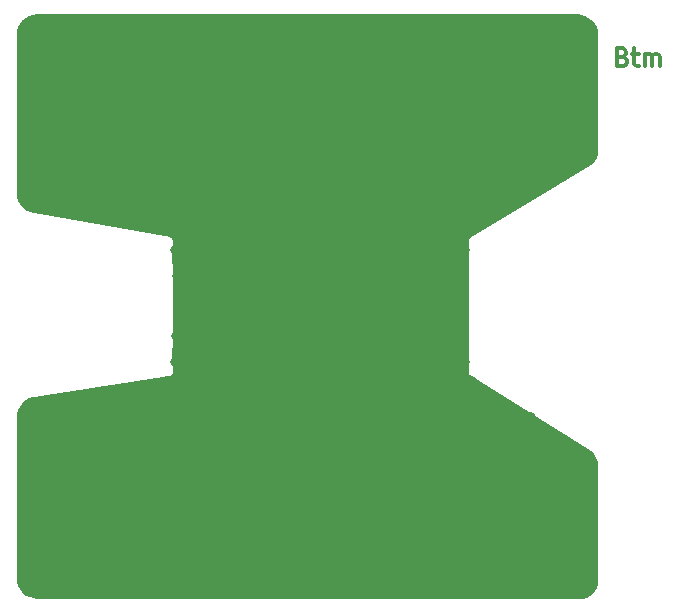
<source format=gbl>
G04 #@! TF.GenerationSoftware,KiCad,Pcbnew,(5.1.5)-3*
G04 #@! TF.CreationDate,2020-01-04T12:29:47-06:00*
G04 #@! TF.ProjectId,HMC1121_4W_6CM,484d4331-3132-4315-9f34-575f36434d2e,rev?*
G04 #@! TF.SameCoordinates,Original*
G04 #@! TF.FileFunction,Copper,L2,Bot*
G04 #@! TF.FilePolarity,Positive*
%FSLAX46Y46*%
G04 Gerber Fmt 4.6, Leading zero omitted, Abs format (unit mm)*
G04 Created by KiCad (PCBNEW (5.1.5)-3) date 2020-01-04 12:29:47*
%MOMM*%
%LPD*%
G04 APERTURE LIST*
%ADD10C,0.300000*%
%ADD11R,4.900000X1.600000*%
%ADD12C,3.800000*%
%ADD13C,0.800000*%
%ADD14C,0.711200*%
%ADD15C,0.254000*%
G04 APERTURE END LIST*
D10*
X181678571Y-73892857D02*
X181892857Y-73964285D01*
X181964285Y-74035714D01*
X182035714Y-74178571D01*
X182035714Y-74392857D01*
X181964285Y-74535714D01*
X181892857Y-74607142D01*
X181750000Y-74678571D01*
X181178571Y-74678571D01*
X181178571Y-73178571D01*
X181678571Y-73178571D01*
X181821428Y-73250000D01*
X181892857Y-73321428D01*
X181964285Y-73464285D01*
X181964285Y-73607142D01*
X181892857Y-73750000D01*
X181821428Y-73821428D01*
X181678571Y-73892857D01*
X181178571Y-73892857D01*
X182464285Y-73678571D02*
X183035714Y-73678571D01*
X182678571Y-73178571D02*
X182678571Y-74464285D01*
X182750000Y-74607142D01*
X182892857Y-74678571D01*
X183035714Y-74678571D01*
X183535714Y-74678571D02*
X183535714Y-73678571D01*
X183535714Y-73821428D02*
X183607142Y-73750000D01*
X183750000Y-73678571D01*
X183964285Y-73678571D01*
X184107142Y-73750000D01*
X184178571Y-73892857D01*
X184178571Y-74678571D01*
X184178571Y-73892857D02*
X184250000Y-73750000D01*
X184392857Y-73678571D01*
X184607142Y-73678571D01*
X184750000Y-73750000D01*
X184821428Y-73892857D01*
X184821428Y-74678571D01*
D11*
X166116000Y-99314000D03*
X166116000Y-90678000D03*
D12*
X156000000Y-105000000D03*
X156000000Y-85000000D03*
D11*
X145948400Y-90678000D03*
X145948400Y-99314000D03*
D13*
X137160000Y-70976997D03*
X144780000Y-70976994D03*
X152400000Y-70976991D03*
X157022800Y-71628000D03*
X172720000Y-70976983D03*
X178968400Y-75387200D03*
X171145200Y-79959200D03*
X168910000Y-101346000D03*
X168605200Y-84836000D03*
X173888400Y-104394000D03*
X171399200Y-102920800D03*
X164338000Y-99720400D03*
X158699200Y-75946000D03*
X165303200Y-99720400D03*
X179019200Y-78841600D03*
X178816000Y-82499200D03*
X176631600Y-84023200D03*
X173990000Y-85547200D03*
X171704000Y-86868000D03*
X139039600Y-75285600D03*
X133959600Y-78943200D03*
X171653200Y-75590400D03*
X135509000Y-74930000D03*
X134010400Y-83413600D03*
X130810000Y-79298800D03*
X130911600Y-76555600D03*
X130860800Y-85090000D03*
X168910000Y-70993000D03*
X168960800Y-88392000D03*
X154482800Y-77876400D03*
X138353800Y-83413600D03*
X143256000Y-83159600D03*
X140716000Y-88188800D03*
X137769600Y-87731600D03*
X135280400Y-87223600D03*
X143764000Y-88900000D03*
X132588000Y-86664800D03*
X134708873Y-102768400D03*
X137566400Y-102209600D03*
X140258800Y-101904800D03*
X143020273Y-101346000D03*
X131572000Y-103378000D03*
X131046732Y-106828474D03*
X134112000Y-105460800D03*
X165201600Y-106832400D03*
X173634400Y-107797600D03*
X159650000Y-115450000D03*
X176682400Y-106273600D03*
X178832000Y-111751533D03*
X178832000Y-114994266D03*
X178832000Y-108508800D03*
X178832000Y-118237000D03*
X143357600Y-104190800D03*
X135788400Y-106527600D03*
X142798800Y-112166400D03*
X136144000Y-109931200D03*
X133553200Y-113690400D03*
X139979400Y-104927400D03*
X144018000Y-107340400D03*
X152654000Y-112928400D03*
X152603200Y-115722400D03*
X164388800Y-103378000D03*
X175615600Y-119024400D03*
X172945777Y-119015000D03*
X170391666Y-119015000D03*
X178054000Y-119015000D03*
X150012400Y-92456000D03*
X150012400Y-97536000D03*
X148742400Y-92456000D03*
X147472400Y-92456000D03*
X146202400Y-92456000D03*
X144932400Y-92456000D03*
X151307800Y-92456000D03*
X148742400Y-97536000D03*
X147472400Y-97536000D03*
X146202400Y-97536000D03*
X144932400Y-97536000D03*
X151358600Y-97536000D03*
X160375600Y-92456000D03*
X161645600Y-92456000D03*
X162915600Y-92456000D03*
X164185600Y-92456000D03*
X165455600Y-92456000D03*
X166725600Y-92456000D03*
X167995600Y-92456000D03*
X162915600Y-97612200D03*
X164185600Y-97612200D03*
X165455600Y-97612200D03*
X166725600Y-97612200D03*
X167995600Y-97612200D03*
X167335200Y-99720400D03*
X168300400Y-99720400D03*
D14*
X157835600Y-97256600D03*
X156819600Y-97256600D03*
X155803600Y-97256600D03*
X154787600Y-97256600D03*
X153771600Y-97256600D03*
X157835600Y-96240600D03*
X156819600Y-96240600D03*
X155803600Y-96240600D03*
X154787600Y-96240600D03*
X153771600Y-96240600D03*
X157835600Y-95224600D03*
X156819600Y-95224600D03*
X155803600Y-95224600D03*
X154787600Y-95224600D03*
X153771600Y-95224600D03*
X157835600Y-94208600D03*
X156819600Y-94208600D03*
X155803600Y-94208600D03*
X154787600Y-94208600D03*
X153771600Y-94208600D03*
X157835600Y-93192600D03*
X156819600Y-93192600D03*
X155803600Y-93192600D03*
X154787600Y-93192600D03*
X153771600Y-93192600D03*
D13*
X149950000Y-85950000D03*
X150876000Y-89712800D03*
X155397200Y-88188800D03*
X149850000Y-84650000D03*
X150596600Y-80213200D03*
X150596600Y-82296000D03*
X144018000Y-77520800D03*
X159562800Y-77978000D03*
X161645600Y-88290400D03*
X157988000Y-81026000D03*
X159359600Y-81788000D03*
X159156400Y-90170000D03*
X152247600Y-100431600D03*
X159750000Y-101650800D03*
X159750000Y-100431600D03*
X146862800Y-103073200D03*
X155250000Y-101200000D03*
X152552400Y-107391200D03*
X149707600Y-107137200D03*
X151485600Y-106984800D03*
X155752800Y-99822000D03*
X156565600Y-108458000D03*
X156514800Y-110540800D03*
X164947600Y-108610400D03*
X164947600Y-110591600D03*
X146304000Y-110540800D03*
X146304000Y-108559600D03*
X154889200Y-110490000D03*
X139954000Y-108305600D03*
X137617200Y-113690400D03*
X137566400Y-117602000D03*
X168910000Y-109321600D03*
X171754800Y-116205000D03*
X175260000Y-112522000D03*
X168351200Y-90271600D03*
X167284400Y-90271600D03*
X165303200Y-90271600D03*
X164338000Y-90271600D03*
X143865600Y-97536000D03*
X143814800Y-99720400D03*
X144780000Y-99720400D03*
X146812000Y-99720400D03*
X147828000Y-99720400D03*
X143916400Y-92456000D03*
X143814800Y-90271600D03*
X144881600Y-90271600D03*
X146862800Y-90271600D03*
X147828000Y-90271600D03*
X139242800Y-79197200D03*
X175209200Y-78943200D03*
X150012400Y-99568000D03*
X159461200Y-98704400D03*
X164236400Y-88646000D03*
X148894800Y-87426800D03*
X152755600Y-91287600D03*
X166725600Y-74422000D03*
X173583600Y-82296000D03*
X167030400Y-81483200D03*
X144068800Y-116078000D03*
X131826000Y-71729600D03*
X133858000Y-71729600D03*
X133908800Y-73609200D03*
X131876800Y-73660000D03*
X131978400Y-109372400D03*
X133959600Y-109372400D03*
X134010400Y-111252000D03*
X132080000Y-111302800D03*
X176072800Y-71932800D03*
X178155600Y-71932800D03*
X178155600Y-73761600D03*
X176072800Y-73761600D03*
X162814000Y-105613200D03*
X145897600Y-90271600D03*
X145745200Y-99720400D03*
X166268400Y-90271600D03*
X166319200Y-99720400D03*
X165303200Y-83718400D03*
X131470400Y-81889600D03*
X159054800Y-91846400D03*
X155803600Y-89611200D03*
X155194000Y-80975200D03*
X152755600Y-75742800D03*
X163728400Y-79959200D03*
X144018000Y-118516400D03*
X160477200Y-118516400D03*
X159562800Y-80010000D03*
X165252400Y-85902800D03*
X145796000Y-82296000D03*
X145618200Y-85852000D03*
X145770600Y-74320400D03*
X160121600Y-107594400D03*
X158800800Y-107848400D03*
X154889200Y-108458000D03*
X160700000Y-105100000D03*
X152298400Y-118567200D03*
X169214800Y-112928400D03*
X167386000Y-77470000D03*
X148539200Y-77317600D03*
X145846800Y-80111600D03*
X153000000Y-88300000D03*
X166500000Y-115200000D03*
X160600000Y-110800000D03*
X147600000Y-105950000D03*
D15*
G36*
X178115449Y-70415858D02*
G01*
X178418890Y-70507472D01*
X178698745Y-70656274D01*
X178944378Y-70856607D01*
X179146416Y-71100828D01*
X179297172Y-71379646D01*
X179390901Y-71682436D01*
X179426000Y-72016387D01*
X179426001Y-81687838D01*
X179392730Y-82027166D01*
X179301140Y-82330526D01*
X179152373Y-82610315D01*
X178952093Y-82855883D01*
X178693913Y-83069467D01*
X178689970Y-83072076D01*
X168709621Y-89054293D01*
X168683125Y-89068456D01*
X168659890Y-89087524D01*
X168635754Y-89105426D01*
X168629008Y-89112869D01*
X168621243Y-89119242D01*
X168602176Y-89142475D01*
X168581994Y-89164743D01*
X168576831Y-89173358D01*
X168570457Y-89181124D01*
X168556289Y-89207630D01*
X168540839Y-89233408D01*
X168537455Y-89242866D01*
X168532720Y-89251725D01*
X168523996Y-89280486D01*
X168513872Y-89308782D01*
X168512398Y-89318719D01*
X168509482Y-89328332D01*
X168506537Y-89358234D01*
X168502126Y-89387970D01*
X168503601Y-89417987D01*
X168503600Y-100570644D01*
X168501849Y-100597235D01*
X168506202Y-100630379D01*
X168509481Y-100663667D01*
X168511409Y-100670024D01*
X168512274Y-100676607D01*
X168523009Y-100708264D01*
X168532719Y-100740274D01*
X168535851Y-100746133D01*
X168537983Y-100752421D01*
X168554691Y-100781380D01*
X168570456Y-100810875D01*
X168574670Y-100816009D01*
X168577988Y-100821761D01*
X168600023Y-100846903D01*
X168621242Y-100872758D01*
X168626378Y-100876973D01*
X168630753Y-100881965D01*
X168657259Y-100902317D01*
X168683124Y-100923544D01*
X168706640Y-100936114D01*
X178671775Y-107137089D01*
X178931952Y-107344785D01*
X179136487Y-107586820D01*
X179290114Y-107863970D01*
X179386983Y-108165678D01*
X179425495Y-108498532D01*
X179425615Y-108512341D01*
X179426000Y-108515944D01*
X179426001Y-118217136D01*
X179397961Y-118503110D01*
X179320677Y-118759085D01*
X179195144Y-118995178D01*
X179026152Y-119202385D01*
X178820121Y-119372828D01*
X178584917Y-119500002D01*
X178329489Y-119579070D01*
X178044725Y-119609000D01*
X132099854Y-119609000D01*
X131764556Y-119576124D01*
X131461120Y-119484512D01*
X131181260Y-119335706D01*
X130935635Y-119135379D01*
X130733599Y-118891158D01*
X130582845Y-118612345D01*
X130489118Y-118309562D01*
X130453999Y-117975421D01*
X130452417Y-104419389D01*
X130485469Y-104079567D01*
X130576912Y-103775840D01*
X130725607Y-103495660D01*
X130925885Y-103249705D01*
X131170131Y-103047326D01*
X131449028Y-102896245D01*
X131767122Y-102797507D01*
X131818301Y-102788026D01*
X143307437Y-100987300D01*
X143335668Y-100984519D01*
X143366015Y-100975314D01*
X143396724Y-100967353D01*
X143404263Y-100963711D01*
X143412275Y-100961281D01*
X143440248Y-100946329D01*
X143468809Y-100932533D01*
X143475493Y-100927490D01*
X143482876Y-100923544D01*
X143507391Y-100903424D01*
X143532715Y-100884319D01*
X143538288Y-100878068D01*
X143544758Y-100872758D01*
X143564880Y-100848240D01*
X143585987Y-100824564D01*
X143590231Y-100817350D01*
X143595544Y-100810876D01*
X143610497Y-100782901D01*
X143626579Y-100755564D01*
X143629335Y-100747658D01*
X143633281Y-100740275D01*
X143642489Y-100709919D01*
X143652928Y-100679971D01*
X143654088Y-100671682D01*
X143656519Y-100663668D01*
X143659629Y-100632090D01*
X143664024Y-100600690D01*
X143662400Y-100572376D01*
X143662400Y-89423997D01*
X143664288Y-89400073D01*
X143660059Y-89364268D01*
X143656519Y-89328332D01*
X143655364Y-89324524D01*
X143654897Y-89320572D01*
X143643758Y-89286263D01*
X143633281Y-89251725D01*
X143631404Y-89248214D01*
X143630176Y-89244431D01*
X143612560Y-89212959D01*
X143595544Y-89181124D01*
X143593019Y-89178047D01*
X143591076Y-89174576D01*
X143567642Y-89147125D01*
X143544758Y-89119242D01*
X143541685Y-89116720D01*
X143539099Y-89113691D01*
X143510736Y-89091321D01*
X143482875Y-89068456D01*
X143479371Y-89066583D01*
X143476243Y-89064116D01*
X143444074Y-89047716D01*
X143412274Y-89030719D01*
X143408467Y-89029564D01*
X143404922Y-89027757D01*
X143370176Y-89017949D01*
X143335667Y-89007481D01*
X143311782Y-89005128D01*
X131838131Y-86953548D01*
X131509644Y-86865870D01*
X131224906Y-86726103D01*
X130972740Y-86533694D01*
X130762749Y-86295969D01*
X130602931Y-86021985D01*
X130499373Y-85722169D01*
X130453851Y-85392219D01*
X130453419Y-85369835D01*
X130454000Y-85363941D01*
X130454000Y-72028854D01*
X130486876Y-71693556D01*
X130578488Y-71390122D01*
X130727290Y-71110266D01*
X130927620Y-70864637D01*
X131171843Y-70662598D01*
X131450654Y-70511845D01*
X131753439Y-70418118D01*
X132083762Y-70383400D01*
X177784216Y-70383380D01*
X178115449Y-70415858D01*
G37*
X178115449Y-70415858D02*
X178418890Y-70507472D01*
X178698745Y-70656274D01*
X178944378Y-70856607D01*
X179146416Y-71100828D01*
X179297172Y-71379646D01*
X179390901Y-71682436D01*
X179426000Y-72016387D01*
X179426001Y-81687838D01*
X179392730Y-82027166D01*
X179301140Y-82330526D01*
X179152373Y-82610315D01*
X178952093Y-82855883D01*
X178693913Y-83069467D01*
X178689970Y-83072076D01*
X168709621Y-89054293D01*
X168683125Y-89068456D01*
X168659890Y-89087524D01*
X168635754Y-89105426D01*
X168629008Y-89112869D01*
X168621243Y-89119242D01*
X168602176Y-89142475D01*
X168581994Y-89164743D01*
X168576831Y-89173358D01*
X168570457Y-89181124D01*
X168556289Y-89207630D01*
X168540839Y-89233408D01*
X168537455Y-89242866D01*
X168532720Y-89251725D01*
X168523996Y-89280486D01*
X168513872Y-89308782D01*
X168512398Y-89318719D01*
X168509482Y-89328332D01*
X168506537Y-89358234D01*
X168502126Y-89387970D01*
X168503601Y-89417987D01*
X168503600Y-100570644D01*
X168501849Y-100597235D01*
X168506202Y-100630379D01*
X168509481Y-100663667D01*
X168511409Y-100670024D01*
X168512274Y-100676607D01*
X168523009Y-100708264D01*
X168532719Y-100740274D01*
X168535851Y-100746133D01*
X168537983Y-100752421D01*
X168554691Y-100781380D01*
X168570456Y-100810875D01*
X168574670Y-100816009D01*
X168577988Y-100821761D01*
X168600023Y-100846903D01*
X168621242Y-100872758D01*
X168626378Y-100876973D01*
X168630753Y-100881965D01*
X168657259Y-100902317D01*
X168683124Y-100923544D01*
X168706640Y-100936114D01*
X178671775Y-107137089D01*
X178931952Y-107344785D01*
X179136487Y-107586820D01*
X179290114Y-107863970D01*
X179386983Y-108165678D01*
X179425495Y-108498532D01*
X179425615Y-108512341D01*
X179426000Y-108515944D01*
X179426001Y-118217136D01*
X179397961Y-118503110D01*
X179320677Y-118759085D01*
X179195144Y-118995178D01*
X179026152Y-119202385D01*
X178820121Y-119372828D01*
X178584917Y-119500002D01*
X178329489Y-119579070D01*
X178044725Y-119609000D01*
X132099854Y-119609000D01*
X131764556Y-119576124D01*
X131461120Y-119484512D01*
X131181260Y-119335706D01*
X130935635Y-119135379D01*
X130733599Y-118891158D01*
X130582845Y-118612345D01*
X130489118Y-118309562D01*
X130453999Y-117975421D01*
X130452417Y-104419389D01*
X130485469Y-104079567D01*
X130576912Y-103775840D01*
X130725607Y-103495660D01*
X130925885Y-103249705D01*
X131170131Y-103047326D01*
X131449028Y-102896245D01*
X131767122Y-102797507D01*
X131818301Y-102788026D01*
X143307437Y-100987300D01*
X143335668Y-100984519D01*
X143366015Y-100975314D01*
X143396724Y-100967353D01*
X143404263Y-100963711D01*
X143412275Y-100961281D01*
X143440248Y-100946329D01*
X143468809Y-100932533D01*
X143475493Y-100927490D01*
X143482876Y-100923544D01*
X143507391Y-100903424D01*
X143532715Y-100884319D01*
X143538288Y-100878068D01*
X143544758Y-100872758D01*
X143564880Y-100848240D01*
X143585987Y-100824564D01*
X143590231Y-100817350D01*
X143595544Y-100810876D01*
X143610497Y-100782901D01*
X143626579Y-100755564D01*
X143629335Y-100747658D01*
X143633281Y-100740275D01*
X143642489Y-100709919D01*
X143652928Y-100679971D01*
X143654088Y-100671682D01*
X143656519Y-100663668D01*
X143659629Y-100632090D01*
X143664024Y-100600690D01*
X143662400Y-100572376D01*
X143662400Y-89423997D01*
X143664288Y-89400073D01*
X143660059Y-89364268D01*
X143656519Y-89328332D01*
X143655364Y-89324524D01*
X143654897Y-89320572D01*
X143643758Y-89286263D01*
X143633281Y-89251725D01*
X143631404Y-89248214D01*
X143630176Y-89244431D01*
X143612560Y-89212959D01*
X143595544Y-89181124D01*
X143593019Y-89178047D01*
X143591076Y-89174576D01*
X143567642Y-89147125D01*
X143544758Y-89119242D01*
X143541685Y-89116720D01*
X143539099Y-89113691D01*
X143510736Y-89091321D01*
X143482875Y-89068456D01*
X143479371Y-89066583D01*
X143476243Y-89064116D01*
X143444074Y-89047716D01*
X143412274Y-89030719D01*
X143408467Y-89029564D01*
X143404922Y-89027757D01*
X143370176Y-89017949D01*
X143335667Y-89007481D01*
X143311782Y-89005128D01*
X131838131Y-86953548D01*
X131509644Y-86865870D01*
X131224906Y-86726103D01*
X130972740Y-86533694D01*
X130762749Y-86295969D01*
X130602931Y-86021985D01*
X130499373Y-85722169D01*
X130453851Y-85392219D01*
X130453419Y-85369835D01*
X130454000Y-85363941D01*
X130454000Y-72028854D01*
X130486876Y-71693556D01*
X130578488Y-71390122D01*
X130727290Y-71110266D01*
X130927620Y-70864637D01*
X131171843Y-70662598D01*
X131450654Y-70511845D01*
X131753439Y-70418118D01*
X132083762Y-70383400D01*
X177784216Y-70383380D01*
X178115449Y-70415858D01*
M02*

</source>
